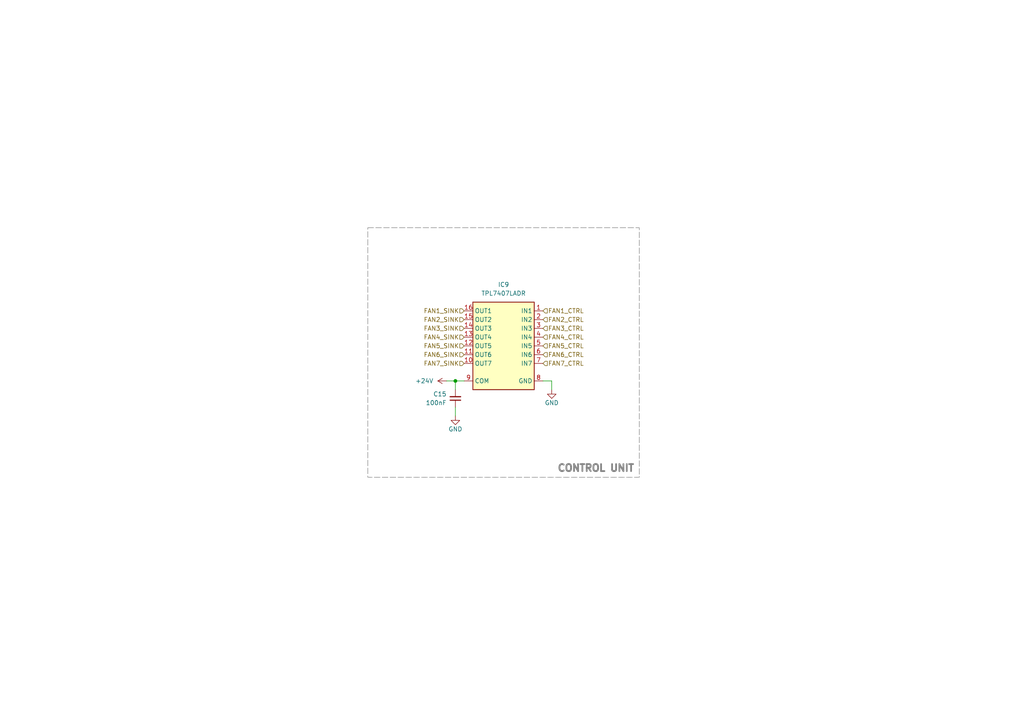
<source format=kicad_sch>
(kicad_sch (version 20231120) (generator "eeschema") (generator_version "8.0")
  (paper "A4")
  (lib_symbols
    (symbol "Device:C_Small" (pin_numbers hide) (pin_names (offset 0.254) hide)
      (property "Reference" "C" (at 0.254 1.778 0))
      (property "Value" "C_Small" (at 0.254 -2.032 0))
      (symbol "C_Small_0_1"
        (polyline (pts (xy -1.524 -0.508) (xy 1.524 -0.508)) (stroke (width 0.3302)))
        (polyline (pts (xy -1.524 0.508) (xy 1.524 0.508)) (stroke (width 0.3048)))
      )
      (symbol "C_Small_1_1"
        (pin passive line (at 0 2.54 270) (length 2.032) (name "~") (number "1"))
        (pin passive line (at 0 -2.54 90) (length 2.032) (name "~") (number "2"))
      )
    )
    (symbol "GND_5" (power) (pin_names (offset 0))
      (property "Value" "GND" (at 0 -3.81 0))
      (symbol "GND_5_0_1"
        (polyline (pts (xy 0 0) (xy 0 -1.27) (xy 1.27 -1.27) (xy 0 -2.54) (xy -1.27 -1.27) (xy 0 -1.27)))
      )
      (symbol "GND_5_1_1"
        (pin power_in line (at 0 0 270) (length 0) hide (name "GND") (number "1"))
      )
    )
    (symbol "Samacsys_kicad_sym:TPL7407LADR"
      (property "Reference" "IC" (at 24.13 7.62 0))
      (property "Value" "TPL7407LADR" (at 24.13 5.08 0))
      (symbol "TPL7407LADR_1_1"
        (rectangle (start -8.89 12.7) (end 8.89 -12.7) (stroke (width 0.254)) (fill (type background)))
        (pin passive line (at -11.43 10.16 0) (length 2.54) (name "IN1") (number "1"))
        (pin passive line (at 11.43 -5.08 180) (length 2.54) (name "OUT7") (number "10"))
        (pin passive line (at 11.43 -2.54 180) (length 2.54) (name "OUT6") (number "11"))
        (pin passive line (at 11.43 0 180) (length 2.54) (name "OUT5") (number "12"))
        (pin passive line (at 11.43 2.54 180) (length 2.54) (name "OUT4") (number "13"))
        (pin passive line (at 11.43 5.08 180) (length 2.54) (name "OUT3") (number "14"))
        (pin passive line (at 11.43 7.62 180) (length 2.54) (name "OUT2") (number "15"))
        (pin passive line (at 11.43 10.16 180) (length 2.54) (name "OUT1") (number "16"))
        (pin passive line (at -11.43 7.62 0) (length 2.54) (name "IN2") (number "2"))
        (pin passive line (at -11.43 5.08 0) (length 2.54) (name "IN3") (number "3"))
        (pin passive line (at -11.43 2.54 0) (length 2.54) (name "IN4") (number "4"))
        (pin passive line (at -11.43 0 0) (length 2.54) (name "IN5") (number "5"))
        (pin passive line (at -11.43 -2.54 0) (length 2.54) (name "IN6") (number "6"))
        (pin passive line (at -11.43 -5.08 0) (length 2.54) (name "IN7") (number "7"))
        (pin passive line (at -11.43 -10.16 0) (length 2.54) (name "GND") (number "8"))
        (pin passive line (at 11.43 -10.16 180) (length 2.54) (name "COM") (number "9"))
      )
    )
    (symbol "VDD_2" (power) (pin_names (offset 0))
      (property "Value" "VDD" (at 0 3.81 0))
      (symbol "VDD_2_0_1"
        (polyline (pts (xy -0.762 1.27) (xy 0 2.54)))
        (polyline (pts (xy 0 0) (xy 0 2.54)))
        (polyline (pts (xy 0 2.54) (xy 0.762 1.27)))
      )
      (symbol "VDD_2_1_1"
        (pin power_in line (at 0 0 90) (length 0) hide (name "VDD") (number "1"))
      )
    )
  )
  (junction (at 132.08 110.49))
  (wire (pts (xy 160.02 110.49) (xy 160.02 113.03)))
  (wire (pts (xy 129.54 110.49) (xy 132.08 110.49)))
  (wire (pts (xy 132.08 110.49) (xy 132.08 113.03)))
  (wire (pts (xy 160.02 110.49) (xy 157.48 110.49)))
  (wire (pts (xy 132.08 110.49) (xy 134.62 110.49)))
  (wire (pts (xy 132.08 120.65) (xy 132.08 118.11)))
  (rectangle (start 106.68 66.04) (end 185.42 138.43) (stroke (width 0) (type dash) (color 132 132 132 1)))
  (text "CONTROL UNIT" (at 184.15 137.16 0) (effects (font (size 2.032 2.032) (thickness 1) (bold yes)) (justify right bottom)))
  (hierarchical_label "FAN1_SINK" (shape input) (at 134.62 90.17 180))
  (hierarchical_label "FAN2_CTRL" (shape input) (at 157.48 92.71 0))
  (hierarchical_label "FAN5_CTRL" (shape input) (at 157.48 100.33 0))
  (hierarchical_label "FAN4_CTRL" (shape input) (at 157.48 97.79 0))
  (hierarchical_label "FAN5_SINK" (shape input) (at 134.62 100.33 180))
  (hierarchical_label "FAN7_SINK" (shape input) (at 134.62 105.41 180))
  (hierarchical_label "FAN1_CTRL" (shape input) (at 157.48 90.17 0))
  (hierarchical_label "FAN3_CTRL" (shape input) (at 157.48 95.25 0))
  (hierarchical_label "FAN3_SINK" (shape input) (at 134.62 95.25 180))
  (hierarchical_label "FAN7_CTRL" (shape input) (at 157.48 105.41 0))
  (hierarchical_label "FAN6_CTRL" (shape input) (at 157.48 102.87 0))
  (hierarchical_label "FAN2_SINK" (shape input) (at 134.62 92.71 180))
  (hierarchical_label "FAN6_SINK" (shape input) (at 134.62 102.87 180))
  (hierarchical_label "FAN4_SINK" (shape input) (at 134.62 97.79 180))
  (symbol (lib_id "Device:C_Small") (at 132.08 115.57 180) (unit 1)
    (property "Reference" "C15" (at 129.54 114.3 0) (effects (justify left)))
    (property "Value" "100nF" (at 129.54 116.84 0) (effects (justify left)))
    (property "Footprint" "Capacitor_SMD:C_0603_1608Metric" (effects (hide yes)))
    (property "Manufacturer_Name" "--" (effects (hide yes)))
    (property "Manufacturer_Part_Number" "--" (effects (hide yes)))
  )
  (symbol (lib_name "GND_5") (lib_id "power:GND") (at 160.02 113.03 0) (mirror y) (unit 1)
    (property "Reference" "#PWR084" (effects (hide yes)))
    (property "Value" "GND" (at 160.02 116.84 0))
  )
  (symbol (lib_name "GND_5") (lib_id "power:GND") (at 132.08 120.65 0) (mirror y) (unit 1)
    (property "Reference" "#PWR079" (effects (hide yes)))
    (property "Value" "GND" (at 132.08 124.46 0))
  )
  (symbol (lib_id "Samacsys_kicad_sym:TPL7407LADR") (at 146.05 100.33 0) (mirror y) (unit 1)
    (property "Reference" "IC9" (at 146.05 82.55 0))
    (property "Value" "TPL7407LADR" (at 146.05 85.09 0))
    (property "Footprint" "Package_SO:SOIC-16_3.9x9.9mm_P1.27mm" (effects (hide yes)))
    (property "Datasheet" "http://www.ti.com/lit/gpn/tpl7407la" (effects (hide yes)))
    (property "Description" "Gate Drivers 30-V, 7-Channel NMOS Array Low-Side Driver 16-SOIC -40 to 125" (effects (hide yes)))
    (property "Height" "1.75" (effects (hide yes)))
    (property "Mouser Part Number" "595-TPL7407LADR" (effects (hide yes)))
    (property "Mouser Price/Stock" "https://www.mouser.co.uk/ProductDetail/Texas-Instruments/TPL7407LADR?qs=MLItCLRbWsy4i2JfnIu0zA%3D%3D" (effects (hide yes)))
    (property "Manufacturer_Name" "Texas Instruments" (effects (hide yes)))
    (property "Manufacturer_Part_Number" "TPL7407LADR" (effects (hide yes)))
  )
  (symbol (lib_name "VDD_2") (lib_id "power:VDD") (at 129.54 110.49 90) (unit 1)
    (property "Reference" "#PWR058" (effects (hide yes)))
    (property "Value" "+24V" (at 125.73 110.49 90) (effects (justify left)))
  )
)
</source>
